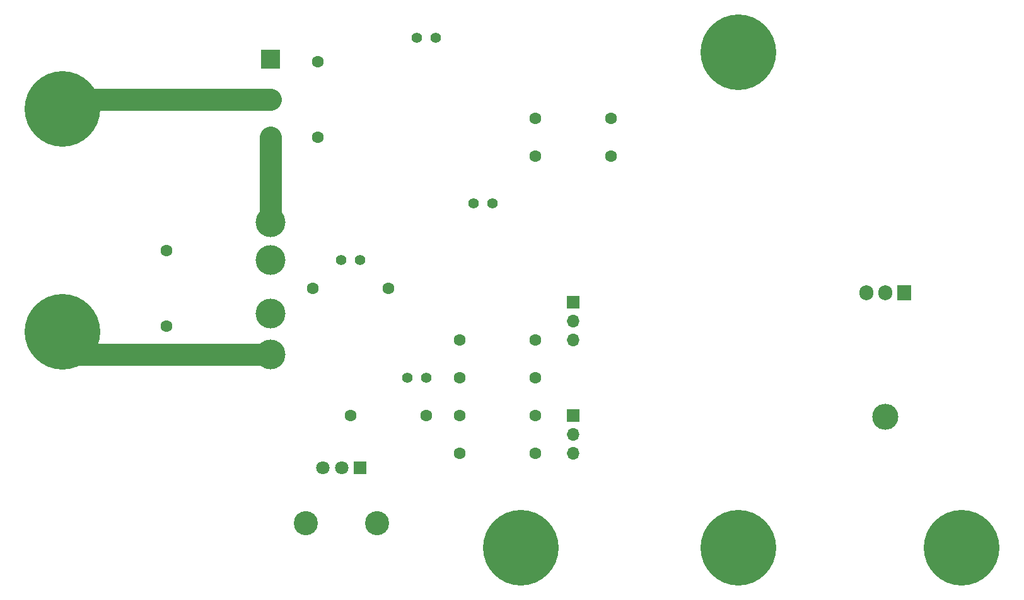
<source format=gbr>
%TF.GenerationSoftware,KiCad,Pcbnew,(5.1.7)-1*%
%TF.CreationDate,2022-02-05T15:55:05+01:00*%
%TF.ProjectId,Dev_Board,4465765f-426f-4617-9264-2e6b69636164,rev?*%
%TF.SameCoordinates,Original*%
%TF.FileFunction,Soldermask,Bot*%
%TF.FilePolarity,Negative*%
%FSLAX46Y46*%
G04 Gerber Fmt 4.6, Leading zero omitted, Abs format (unit mm)*
G04 Created by KiCad (PCBNEW (5.1.7)-1) date 2022-02-05 15:55:05*
%MOMM*%
%LPD*%
G01*
G04 APERTURE LIST*
%ADD10C,3.000000*%
%ADD11C,1.600000*%
%ADD12C,4.000000*%
%ADD13O,1.905000X2.000000*%
%ADD14R,1.905000X2.000000*%
%ADD15O,3.500000X3.500000*%
%ADD16C,1.400000*%
%ADD17O,1.700000X1.700000*%
%ADD18R,1.700000X1.700000*%
%ADD19C,10.160000*%
%ADD20R,2.550000X2.550000*%
%ADD21C,2.550000*%
%ADD22R,1.800000X1.800000*%
%ADD23C,1.800000*%
%ADD24C,3.240000*%
G04 APERTURE END LIST*
D10*
X116840000Y-64135000D02*
X89535000Y-64135000D01*
X116840000Y-80645000D02*
X116840000Y-69215000D01*
X116840000Y-98425000D02*
X90170000Y-98425000D01*
D11*
%TO.C,R9*%
X127635000Y-106680000D03*
X137795000Y-106680000D03*
%TD*%
%TO.C,R13*%
X152400000Y-106680000D03*
X142240000Y-106680000D03*
%TD*%
%TO.C,R12*%
X142240000Y-111760000D03*
X152400000Y-111760000D03*
%TD*%
D12*
%TO.C,R5*%
X116840000Y-80645000D03*
X116840000Y-85725000D03*
X116840000Y-92916000D03*
X116840000Y-98425000D03*
%TD*%
D13*
%TO.C,U1*%
X196850000Y-90170000D03*
X199390000Y-90170000D03*
D14*
X201930000Y-90170000D03*
D15*
X199390000Y-106830000D03*
%TD*%
D16*
%TO.C,TP4*%
X128905000Y-85725000D03*
X126365000Y-85725000D03*
%TD*%
%TO.C,TP3*%
X146685000Y-78105000D03*
X144145000Y-78105000D03*
%TD*%
%TO.C,TP2*%
X139065000Y-55880000D03*
X136525000Y-55880000D03*
%TD*%
%TO.C,TP1*%
X135255000Y-101600000D03*
X137795000Y-101600000D03*
%TD*%
D17*
%TO.C,J1*%
X157480000Y-96520000D03*
X157480000Y-93980000D03*
D18*
X157480000Y-91440000D03*
%TD*%
D19*
%TO.C,J2*%
X150495000Y-124460000D03*
%TD*%
D18*
%TO.C,J3*%
X157480000Y-106680000D03*
D17*
X157480000Y-109220000D03*
X157480000Y-111760000D03*
%TD*%
D19*
%TO.C,J4*%
X88900000Y-65405000D03*
X88900000Y-95375000D03*
%TD*%
%TO.C,J5*%
X179705000Y-57785000D03*
%TD*%
%TO.C,J6*%
X209675000Y-124460000D03*
X179705000Y-124460000D03*
%TD*%
D20*
%TO.C,Q1*%
X116840000Y-58695000D03*
D21*
X116840000Y-64135000D03*
X116840000Y-69575000D03*
%TD*%
D11*
%TO.C,R1*%
X142240000Y-96520000D03*
X152400000Y-96520000D03*
%TD*%
%TO.C,R2*%
X142240000Y-101600000D03*
X152400000Y-101600000D03*
%TD*%
%TO.C,R3*%
X123190000Y-59055000D03*
X123190000Y-69215000D03*
%TD*%
%TO.C,R4*%
X132715000Y-89535000D03*
X122555000Y-89535000D03*
%TD*%
%TO.C,R7*%
X102870000Y-84455000D03*
X102870000Y-94615000D03*
%TD*%
%TO.C,R8*%
X162560000Y-71755000D03*
X152400000Y-71755000D03*
%TD*%
%TO.C,R10*%
X162560000Y-66675000D03*
X152400000Y-66675000D03*
%TD*%
D22*
%TO.C,RV1*%
X128905000Y-113665000D03*
D23*
X126405000Y-113665000D03*
X123905000Y-113665000D03*
D24*
X121605000Y-121165000D03*
X131205000Y-121165000D03*
%TD*%
M02*

</source>
